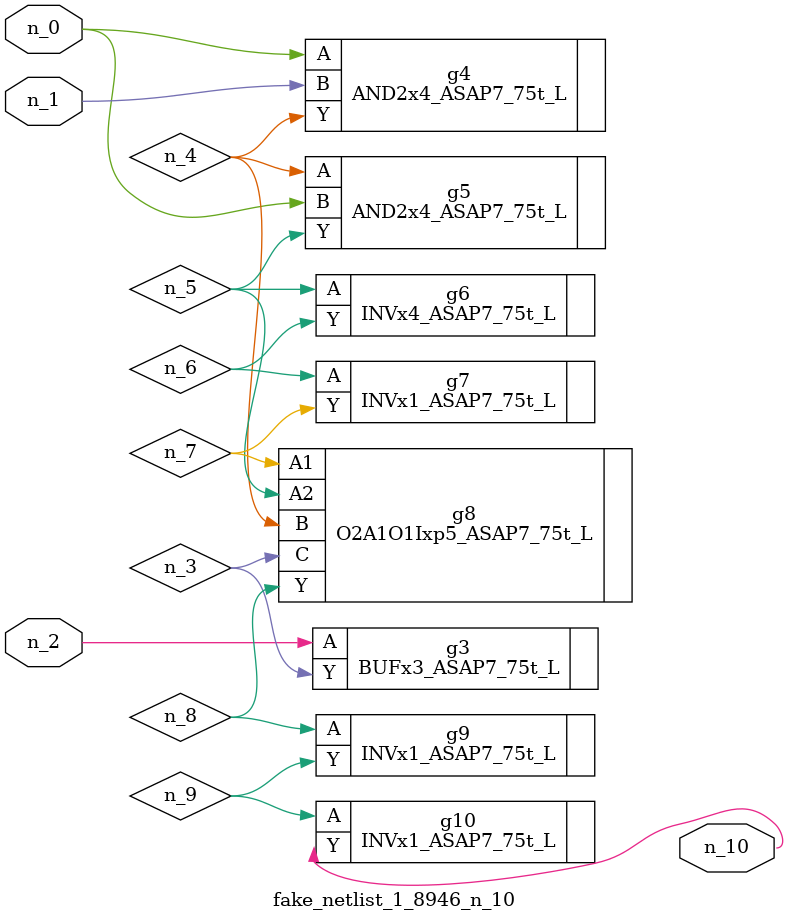
<source format=v>
module fake_netlist_1_8946_n_10 (n_1, n_2, n_0, n_10);
input n_1;
input n_2;
input n_0;
output n_10;
wire n_6;
wire n_4;
wire n_3;
wire n_9;
wire n_5;
wire n_7;
wire n_8;
BUFx3_ASAP7_75t_L g3 ( .A(n_2), .Y(n_3) );
AND2x4_ASAP7_75t_L g4 ( .A(n_0), .B(n_1), .Y(n_4) );
AND2x4_ASAP7_75t_L g5 ( .A(n_4), .B(n_0), .Y(n_5) );
INVx4_ASAP7_75t_L g6 ( .A(n_5), .Y(n_6) );
INVx1_ASAP7_75t_L g7 ( .A(n_6), .Y(n_7) );
O2A1O1Ixp5_ASAP7_75t_L g8 ( .A1(n_7), .A2(n_5), .B(n_4), .C(n_3), .Y(n_8) );
INVx1_ASAP7_75t_L g9 ( .A(n_8), .Y(n_9) );
INVx1_ASAP7_75t_L g10 ( .A(n_9), .Y(n_10) );
endmodule
</source>
